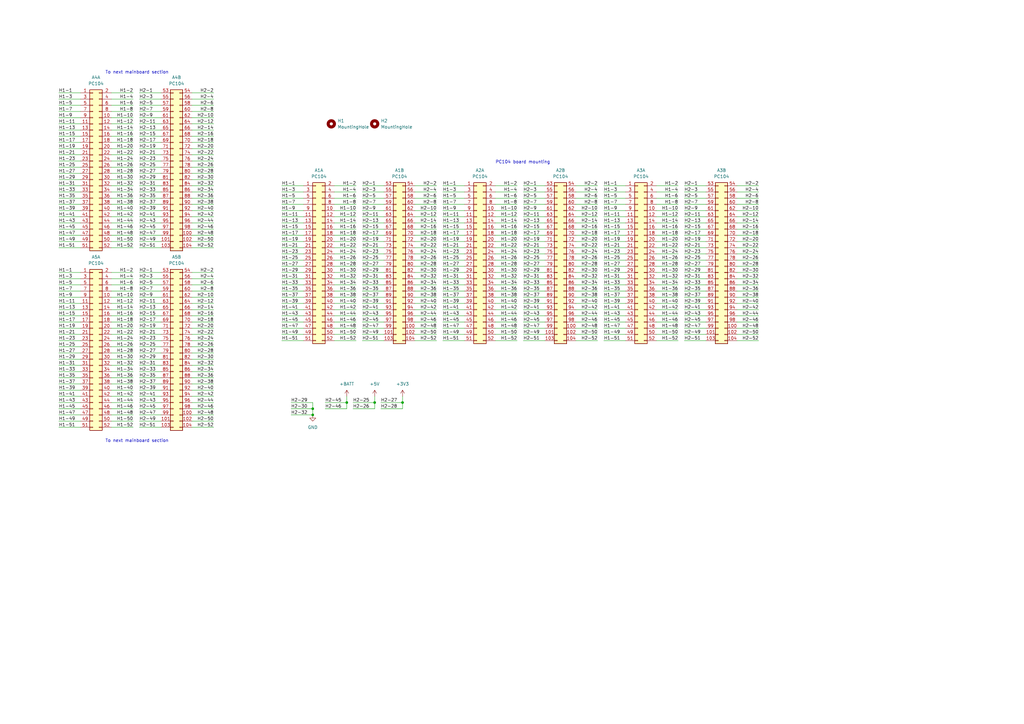
<source format=kicad_sch>
(kicad_sch (version 20211123) (generator eeschema)
  (paper "A3")
  (junction (at 128.27 167.64))
  (junction (at 165.1 165.1))
  (junction (at 128.27 170.18))
  (junction (at 153.67 165.1))
  (junction (at 142.24 165.1))
  (wire (pts (xy 137.16 83.82) (xy 146.05 83.82)))
  (wire (pts (xy 269.24 91.44) (xy 278.13 91.44)))
  (wire (pts (xy 137.16 139.7) (xy 146.05 139.7)))
  (wire (pts (xy 45.72 91.44) (xy 54.61 91.44)))
  (wire (pts (xy 247.65 101.6) (xy 256.54 101.6)))
  (wire (pts (xy 57.15 172.72) (xy 66.04 172.72)))
  (wire (pts (xy 78.74 165.1) (xy 87.63 165.1)))
  (wire (pts (xy 181.61 86.36) (xy 190.5 86.36)))
  (wire (pts (xy 24.13 167.64) (xy 33.02 167.64)))
  (wire (pts (xy 181.61 78.74) (xy 190.5 78.74)))
  (wire (pts (xy 24.13 76.2) (xy 33.02 76.2)))
  (wire (pts (xy 57.15 55.88) (xy 66.04 55.88)))
  (wire (pts (xy 148.59 119.38) (xy 157.48 119.38)))
  (wire (pts (xy 24.13 96.52) (xy 33.02 96.52)))
  (wire (pts (xy 302.26 76.2) (xy 311.15 76.2)))
  (wire (pts (xy 24.13 73.66) (xy 33.02 73.66)))
  (wire (pts (xy 115.57 81.28) (xy 124.46 81.28)))
  (wire (pts (xy 236.22 81.28) (xy 245.11 81.28)))
  (wire (pts (xy 57.15 170.18) (xy 66.04 170.18)))
  (wire (pts (xy 78.74 127) (xy 87.63 127)))
  (wire (pts (xy 57.15 114.3) (xy 66.04 114.3)))
  (wire (pts (xy 78.74 45.72) (xy 87.63 45.72)))
  (wire (pts (xy 247.65 104.14) (xy 256.54 104.14)))
  (wire (pts (xy 170.18 119.38) (xy 179.07 119.38)))
  (wire (pts (xy 203.2 93.98) (xy 212.09 93.98)))
  (wire (pts (xy 247.65 129.54) (xy 256.54 129.54)))
  (wire (pts (xy 181.61 139.7) (xy 190.5 139.7)))
  (wire (pts (xy 24.13 175.26) (xy 33.02 175.26)))
  (wire (pts (xy 280.67 106.68) (xy 289.56 106.68)))
  (wire (pts (xy 269.24 88.9) (xy 278.13 88.9)))
  (wire (pts (xy 214.63 83.82) (xy 223.52 83.82)))
  (wire (pts (xy 24.13 157.48) (xy 33.02 157.48)))
  (wire (pts (xy 142.24 162.56) (xy 142.24 165.1)))
  (wire (pts (xy 115.57 88.9) (xy 124.46 88.9)))
  (wire (pts (xy 269.24 114.3) (xy 278.13 114.3)))
  (wire (pts (xy 45.72 71.12) (xy 54.61 71.12)))
  (wire (pts (xy 170.18 91.44) (xy 179.07 91.44)))
  (wire (pts (xy 24.13 147.32) (xy 33.02 147.32)))
  (wire (pts (xy 181.61 111.76) (xy 190.5 111.76)))
  (wire (pts (xy 45.72 76.2) (xy 54.61 76.2)))
  (wire (pts (xy 57.15 91.44) (xy 66.04 91.44)))
  (wire (pts (xy 181.61 116.84) (xy 190.5 116.84)))
  (wire (pts (xy 78.74 93.98) (xy 87.63 93.98)))
  (wire (pts (xy 269.24 104.14) (xy 278.13 104.14)))
  (wire (pts (xy 280.67 83.82) (xy 289.56 83.82)))
  (wire (pts (xy 214.63 124.46) (xy 223.52 124.46)))
  (wire (pts (xy 247.65 86.36) (xy 256.54 86.36)))
  (wire (pts (xy 57.15 175.26) (xy 66.04 175.26)))
  (wire (pts (xy 78.74 96.52) (xy 87.63 96.52)))
  (wire (pts (xy 45.72 160.02) (xy 54.61 160.02)))
  (wire (pts (xy 181.61 104.14) (xy 190.5 104.14)))
  (wire (pts (xy 115.57 111.76) (xy 124.46 111.76)))
  (wire (pts (xy 45.72 127) (xy 54.61 127)))
  (wire (pts (xy 170.18 134.62) (xy 179.07 134.62)))
  (wire (pts (xy 302.26 96.52) (xy 311.15 96.52)))
  (wire (pts (xy 181.61 88.9) (xy 190.5 88.9)))
  (wire (pts (xy 45.72 175.26) (xy 54.61 175.26)))
  (wire (pts (xy 78.74 139.7) (xy 87.63 139.7)))
  (wire (pts (xy 45.72 38.1) (xy 54.61 38.1)))
  (wire (pts (xy 148.59 99.06) (xy 157.48 99.06)))
  (wire (pts (xy 302.26 116.84) (xy 311.15 116.84)))
  (wire (pts (xy 24.13 111.76) (xy 33.02 111.76)))
  (wire (pts (xy 203.2 127) (xy 212.09 127)))
  (wire (pts (xy 214.63 104.14) (xy 223.52 104.14)))
  (wire (pts (xy 115.57 139.7) (xy 124.46 139.7)))
  (wire (pts (xy 45.72 50.8) (xy 54.61 50.8)))
  (wire (pts (xy 280.67 88.9) (xy 289.56 88.9)))
  (wire (pts (xy 78.74 63.5) (xy 87.63 63.5)))
  (wire (pts (xy 78.74 154.94) (xy 87.63 154.94)))
  (wire (pts (xy 181.61 99.06) (xy 190.5 99.06)))
  (wire (pts (xy 137.16 101.6) (xy 146.05 101.6)))
  (wire (pts (xy 214.63 137.16) (xy 223.52 137.16)))
  (wire (pts (xy 78.74 142.24) (xy 87.63 142.24)))
  (wire (pts (xy 302.26 91.44) (xy 311.15 91.44)))
  (wire (pts (xy 214.63 78.74) (xy 223.52 78.74)))
  (wire (pts (xy 148.59 129.54) (xy 157.48 129.54)))
  (wire (pts (xy 45.72 86.36) (xy 54.61 86.36)))
  (wire (pts (xy 137.16 127) (xy 146.05 127)))
  (wire (pts (xy 280.67 96.52) (xy 289.56 96.52)))
  (wire (pts (xy 45.72 81.28) (xy 54.61 81.28)))
  (wire (pts (xy 24.13 124.46) (xy 33.02 124.46)))
  (wire (pts (xy 280.67 139.7) (xy 289.56 139.7)))
  (wire (pts (xy 236.22 127) (xy 245.11 127)))
  (wire (pts (xy 148.59 78.74) (xy 157.48 78.74)))
  (wire (pts (xy 156.21 167.64) (xy 165.1 167.64)))
  (wire (pts (xy 236.22 116.84) (xy 245.11 116.84)))
  (wire (pts (xy 57.15 111.76) (xy 66.04 111.76)))
  (wire (pts (xy 148.59 134.62) (xy 157.48 134.62)))
  (wire (pts (xy 247.65 119.38) (xy 256.54 119.38)))
  (wire (pts (xy 269.24 132.08) (xy 278.13 132.08)))
  (wire (pts (xy 181.61 129.54) (xy 190.5 129.54)))
  (wire (pts (xy 148.59 83.82) (xy 157.48 83.82)))
  (wire (pts (xy 170.18 93.98) (xy 179.07 93.98)))
  (wire (pts (xy 137.16 91.44) (xy 146.05 91.44)))
  (wire (pts (xy 45.72 53.34) (xy 54.61 53.34)))
  (wire (pts (xy 24.13 149.86) (xy 33.02 149.86)))
  (wire (pts (xy 170.18 106.68) (xy 179.07 106.68)))
  (wire (pts (xy 24.13 172.72) (xy 33.02 172.72)))
  (wire (pts (xy 236.22 88.9) (xy 245.11 88.9)))
  (wire (pts (xy 57.15 134.62) (xy 66.04 134.62)))
  (wire (pts (xy 137.16 81.28) (xy 146.05 81.28)))
  (wire (pts (xy 280.67 116.84) (xy 289.56 116.84)))
  (wire (pts (xy 45.72 60.96) (xy 54.61 60.96)))
  (wire (pts (xy 45.72 99.06) (xy 54.61 99.06)))
  (wire (pts (xy 148.59 91.44) (xy 157.48 91.44)))
  (wire (pts (xy 24.13 137.16) (xy 33.02 137.16)))
  (wire (pts (xy 57.15 53.34) (xy 66.04 53.34)))
  (wire (pts (xy 57.15 129.54) (xy 66.04 129.54)))
  (wire (pts (xy 78.74 91.44) (xy 87.63 91.44)))
  (wire (pts (xy 280.67 93.98) (xy 289.56 93.98)))
  (wire (pts (xy 148.59 76.2) (xy 157.48 76.2)))
  (wire (pts (xy 137.16 96.52) (xy 146.05 96.52)))
  (wire (pts (xy 269.24 121.92) (xy 278.13 121.92)))
  (wire (pts (xy 78.74 124.46) (xy 87.63 124.46)))
  (wire (pts (xy 78.74 160.02) (xy 87.63 160.02)))
  (wire (pts (xy 203.2 91.44) (xy 212.09 91.44)))
  (wire (pts (xy 203.2 134.62) (xy 212.09 134.62)))
  (wire (pts (xy 119.38 165.1) (xy 128.27 165.1)))
  (wire (pts (xy 57.15 86.36) (xy 66.04 86.36)))
  (wire (pts (xy 181.61 127) (xy 190.5 127)))
  (wire (pts (xy 181.61 119.38) (xy 190.5 119.38)))
  (wire (pts (xy 57.15 73.66) (xy 66.04 73.66)))
  (wire (pts (xy 24.13 144.78) (xy 33.02 144.78)))
  (wire (pts (xy 45.72 88.9) (xy 54.61 88.9)))
  (wire (pts (xy 203.2 106.68) (xy 212.09 106.68)))
  (wire (pts (xy 302.26 78.74) (xy 311.15 78.74)))
  (wire (pts (xy 247.65 106.68) (xy 256.54 106.68)))
  (wire (pts (xy 45.72 68.58) (xy 54.61 68.58)))
  (wire (pts (xy 57.15 58.42) (xy 66.04 58.42)))
  (wire (pts (xy 78.74 172.72) (xy 87.63 172.72)))
  (wire (pts (xy 45.72 167.64) (xy 54.61 167.64)))
  (wire (pts (xy 203.2 78.74) (xy 212.09 78.74)))
  (wire (pts (xy 57.15 45.72) (xy 66.04 45.72)))
  (wire (pts (xy 24.13 134.62) (xy 33.02 134.62)))
  (wire (pts (xy 165.1 162.56) (xy 165.1 165.1)))
  (wire (pts (xy 45.72 170.18) (xy 54.61 170.18)))
  (wire (pts (xy 148.59 106.68) (xy 157.48 106.68)))
  (wire (pts (xy 24.13 91.44) (xy 33.02 91.44)))
  (wire (pts (xy 247.65 83.82) (xy 256.54 83.82)))
  (wire (pts (xy 57.15 101.6) (xy 66.04 101.6)))
  (wire (pts (xy 57.15 43.18) (xy 66.04 43.18)))
  (wire (pts (xy 24.13 121.92) (xy 33.02 121.92)))
  (wire (pts (xy 57.15 137.16) (xy 66.04 137.16)))
  (wire (pts (xy 269.24 139.7) (xy 278.13 139.7)))
  (wire (pts (xy 24.13 116.84) (xy 33.02 116.84)))
  (wire (pts (xy 302.26 129.54) (xy 311.15 129.54)))
  (wire (pts (xy 247.65 78.74) (xy 256.54 78.74)))
  (wire (pts (xy 24.13 81.28) (xy 33.02 81.28)))
  (wire (pts (xy 280.67 121.92) (xy 289.56 121.92)))
  (wire (pts (xy 302.26 81.28) (xy 311.15 81.28)))
  (wire (pts (xy 269.24 86.36) (xy 278.13 86.36)))
  (wire (pts (xy 78.74 81.28) (xy 87.63 81.28)))
  (wire (pts (xy 214.63 116.84) (xy 223.52 116.84)))
  (wire (pts (xy 269.24 116.84) (xy 278.13 116.84)))
  (wire (pts (xy 214.63 114.3) (xy 223.52 114.3)))
  (wire (pts (xy 45.72 154.94) (xy 54.61 154.94)))
  (wire (pts (xy 45.72 101.6) (xy 54.61 101.6)))
  (wire (pts (xy 170.18 96.52) (xy 179.07 96.52)))
  (wire (pts (xy 170.18 86.36) (xy 179.07 86.36)))
  (wire (pts (xy 128.27 170.18) (xy 119.38 170.18)))
  (wire (pts (xy 236.22 93.98) (xy 245.11 93.98)))
  (wire (pts (xy 115.57 93.98) (xy 124.46 93.98)))
  (wire (pts (xy 137.16 116.84) (xy 146.05 116.84)))
  (wire (pts (xy 214.63 99.06) (xy 223.52 99.06)))
  (wire (pts (xy 247.65 134.62) (xy 256.54 134.62)))
  (wire (pts (xy 269.24 106.68) (xy 278.13 106.68)))
  (wire (pts (xy 280.67 78.74) (xy 289.56 78.74)))
  (wire (pts (xy 57.15 50.8) (xy 66.04 50.8)))
  (wire (pts (xy 137.16 88.9) (xy 146.05 88.9)))
  (wire (pts (xy 115.57 78.74) (xy 124.46 78.74)))
  (wire (pts (xy 181.61 93.98) (xy 190.5 93.98)))
  (wire (pts (xy 24.13 127) (xy 33.02 127)))
  (wire (pts (xy 153.67 167.64) (xy 144.78 167.64)))
  (wire (pts (xy 280.67 91.44) (xy 289.56 91.44)))
  (wire (pts (xy 45.72 165.1) (xy 54.61 165.1)))
  (wire (pts (xy 302.26 106.68) (xy 311.15 106.68)))
  (wire (pts (xy 57.15 96.52) (xy 66.04 96.52)))
  (wire (pts (xy 78.74 73.66) (xy 87.63 73.66)))
  (wire (pts (xy 302.26 132.08) (xy 311.15 132.08)))
  (wire (pts (xy 128.27 167.64) (xy 128.27 170.18)))
  (wire (pts (xy 45.72 121.92) (xy 54.61 121.92)))
  (wire (pts (xy 181.61 81.28) (xy 190.5 81.28)))
  (wire (pts (xy 78.74 119.38) (xy 87.63 119.38)))
  (wire (pts (xy 203.2 124.46) (xy 212.09 124.46)))
  (wire (pts (xy 236.22 78.74) (xy 245.11 78.74)))
  (wire (pts (xy 181.61 124.46) (xy 190.5 124.46)))
  (wire (pts (xy 280.67 86.36) (xy 289.56 86.36)))
  (wire (pts (xy 148.59 86.36) (xy 157.48 86.36)))
  (wire (pts (xy 78.74 48.26) (xy 87.63 48.26)))
  (wire (pts (xy 45.72 152.4) (xy 54.61 152.4)))
  (wire (pts (xy 115.57 86.36) (xy 124.46 86.36)))
  (wire (pts (xy 269.24 83.82) (xy 278.13 83.82)))
  (wire (pts (xy 170.18 78.74) (xy 179.07 78.74)))
  (wire (pts (xy 128.27 167.64) (xy 119.38 167.64)))
  (wire (pts (xy 280.67 111.76) (xy 289.56 111.76)))
  (wire (pts (xy 214.63 127) (xy 223.52 127)))
  (wire (pts (xy 269.24 124.46) (xy 278.13 124.46)))
  (wire (pts (xy 115.57 104.14) (xy 124.46 104.14)))
  (wire (pts (xy 269.24 96.52) (xy 278.13 96.52)))
  (wire (pts (xy 236.22 83.82) (xy 245.11 83.82)))
  (wire (pts (xy 170.18 114.3) (xy 179.07 114.3)))
  (wire (pts (xy 137.16 78.74) (xy 146.05 78.74)))
  (wire (pts (xy 45.72 119.38) (xy 54.61 119.38)))
  (wire (pts (xy 24.13 50.8) (xy 33.02 50.8)))
  (wire (pts (xy 45.72 124.46) (xy 54.61 124.46)))
  (wire (pts (xy 115.57 114.3) (xy 124.46 114.3)))
  (wire (pts (xy 45.72 147.32) (xy 54.61 147.32)))
  (wire (pts (xy 78.74 76.2) (xy 87.63 76.2)))
  (wire (pts (xy 153.67 162.56) (xy 153.67 165.1)))
  (wire (pts (xy 78.74 58.42) (xy 87.63 58.42)))
  (wire (pts (xy 203.2 96.52) (xy 212.09 96.52)))
  (wire (pts (xy 236.22 76.2) (xy 245.11 76.2)))
  (wire (pts (xy 115.57 101.6) (xy 124.46 101.6)))
  (wire (pts (xy 203.2 129.54) (xy 212.09 129.54)))
  (wire (pts (xy 78.74 147.32) (xy 87.63 147.32)))
  (wire (pts (xy 78.74 162.56) (xy 87.63 162.56)))
  (wire (pts (xy 24.13 139.7) (xy 33.02 139.7)))
  (wire (pts (xy 57.15 121.92) (xy 66.04 121.92)))
  (wire (pts (xy 170.18 99.06) (xy 179.07 99.06)))
  (wire (pts (xy 115.57 76.2) (xy 124.46 76.2)))
  (wire (pts (xy 78.74 60.96) (xy 87.63 60.96)))
  (wire (pts (xy 45.72 134.62) (xy 54.61 134.62)))
  (wire (pts (xy 170.18 81.28) (xy 179.07 81.28)))
  (wire (pts (xy 144.78 165.1) (xy 153.67 165.1)))
  (wire (pts (xy 78.74 157.48) (xy 87.63 157.48)))
  (wire (pts (xy 137.16 109.22) (xy 146.05 109.22)))
  (wire (pts (xy 137.16 111.76) (xy 146.05 111.76)))
  (wire (pts (xy 57.15 83.82) (xy 66.04 83.82)))
  (wire (pts (xy 247.65 81.28) (xy 256.54 81.28)))
  (wire (pts (xy 280.67 99.06) (xy 289.56 99.06)))
  (wire (pts (xy 269.24 119.38) (xy 278.13 119.38)))
  (wire (pts (xy 78.74 152.4) (xy 87.63 152.4)))
  (wire (pts (xy 214.63 119.38) (xy 223.52 119.38)))
  (wire (pts (xy 78.74 132.08) (xy 87.63 132.08)))
  (wire (pts (xy 203.2 121.92) (xy 212.09 121.92)))
  (wire (pts (xy 78.74 144.78) (xy 87.63 144.78)))
  (wire (pts (xy 280.67 109.22) (xy 289.56 109.22)))
  (wire (pts (xy 170.18 129.54) (xy 179.07 129.54)))
  (wire (pts (xy 181.61 91.44) (xy 190.5 91.44)))
  (wire (pts (xy 148.59 127) (xy 157.48 127)))
  (wire (pts (xy 78.74 66.04) (xy 87.63 66.04)))
  (wire (pts (xy 203.2 132.08) (xy 212.09 132.08)))
  (wire (pts (xy 302.26 83.82) (xy 311.15 83.82)))
  (wire (pts (xy 115.57 129.54) (xy 124.46 129.54)))
  (wire (pts (xy 24.13 165.1) (xy 33.02 165.1)))
  (wire (pts (xy 45.72 96.52) (xy 54.61 96.52)))
  (wire (pts (xy 45.72 55.88) (xy 54.61 55.88)))
  (wire (pts (xy 57.15 165.1) (xy 66.04 165.1)))
  (wire (pts (xy 45.72 116.84) (xy 54.61 116.84)))
  (wire (pts (xy 280.67 132.08) (xy 289.56 132.08)))
  (wire (pts (xy 269.24 134.62) (xy 278.13 134.62)))
  (wire (pts (xy 247.65 139.7) (xy 256.54 139.7)))
  (wire (pts (xy 247.65 88.9) (xy 256.54 88.9)))
  (wire (pts (xy 24.13 162.56) (xy 33.02 162.56)))
  (wire (pts (xy 57.15 149.86) (xy 66.04 149.86)))
  (wire (pts (xy 203.2 88.9) (xy 212.09 88.9)))
  (wire (pts (xy 115.57 91.44) (xy 124.46 91.44)))
  (wire (pts (xy 236.22 119.38) (xy 245.11 119.38)))
  (wire (pts (xy 148.59 93.98) (xy 157.48 93.98)))
  (wire (pts (xy 78.74 99.06) (xy 87.63 99.06)))
  (wire (pts (xy 24.13 53.34) (xy 33.02 53.34)))
  (wire (pts (xy 214.63 106.68) (xy 223.52 106.68)))
  (wire (pts (xy 115.57 106.68) (xy 124.46 106.68)))
  (wire (pts (xy 170.18 88.9) (xy 179.07 88.9)))
  (wire (pts (xy 57.15 48.26) (xy 66.04 48.26)))
  (wire (pts (xy 148.59 104.14) (xy 157.48 104.14)))
  (wire (pts (xy 170.18 83.82) (xy 179.07 83.82)))
  (wire (pts (xy 269.24 137.16) (xy 278.13 137.16)))
  (wire (pts (xy 148.59 96.52) (xy 157.48 96.52)))
  (wire (pts (xy 78.74 68.58) (xy 87.63 68.58)))
  (wire (pts (xy 214.63 96.52) (xy 223.52 96.52)))
  (wire (pts (xy 24.13 55.88) (xy 33.02 55.88)))
  (wire (pts (xy 280.67 124.46) (xy 289.56 124.46)))
  (wire (pts (xy 45.72 93.98) (xy 54.61 93.98)))
  (wire (pts (xy 302.26 119.38) (xy 311.15 119.38)))
  (wire (pts (xy 45.72 40.64) (xy 54.61 40.64)))
  (wire (pts (xy 170.18 109.22) (xy 179.07 109.22)))
  (wire (pts (xy 78.74 170.18) (xy 87.63 170.18)))
  (wire (pts (xy 57.15 132.08) (xy 66.04 132.08)))
  (wire (pts (xy 45.72 111.76) (xy 54.61 111.76)))
  (wire (pts (xy 214.63 91.44) (xy 223.52 91.44)))
  (wire (pts (xy 148.59 114.3) (xy 157.48 114.3)))
  (wire (pts (xy 302.26 99.06) (xy 311.15 99.06)))
  (wire (pts (xy 236.22 96.52) (xy 245.11 96.52)))
  (wire (pts (xy 236.22 132.08) (xy 245.11 132.08)))
  (wire (pts (xy 203.2 119.38) (xy 212.09 119.38)))
  (wire (pts (xy 148.59 132.08) (xy 157.48 132.08)))
  (wire (pts (xy 214.63 76.2) (xy 223.52 76.2)))
  (wire (pts (xy 24.13 170.18) (xy 33.02 170.18)))
  (wire (pts (xy 148.59 124.46) (xy 157.48 124.46)))
  (wire (pts (xy 236.22 109.22) (xy 245.11 109.22)))
  (wire (pts (xy 214.63 81.28) (xy 223.52 81.28)))
  (wire (pts (xy 203.2 139.7) (xy 212.09 139.7)))
  (wire (pts (xy 115.57 119.38) (xy 124.46 119.38)))
  (wire (pts (xy 45.72 129.54) (xy 54.61 129.54)))
  (wire (pts (xy 24.13 38.1) (xy 33.02 38.1)))
  (wire (pts (xy 170.18 101.6) (xy 179.07 101.6)))
  (wire (pts (xy 302.26 121.92) (xy 311.15 121.92)))
  (wire (pts (xy 24.13 154.94) (xy 33.02 154.94)))
  (wire (pts (xy 57.15 78.74) (xy 66.04 78.74)))
  (wire (pts (xy 247.65 137.16) (xy 256.54 137.16)))
  (wire (pts (xy 181.61 83.82) (xy 190.5 83.82)))
  (wire (pts (xy 214.63 109.22) (xy 223.52 109.22)))
  (wire (pts (xy 137.16 132.08) (xy 146.05 132.08)))
  (wire (pts (xy 78.74 137.16) (xy 87.63 137.16)))
  (wire (pts (xy 78.74 129.54) (xy 87.63 129.54)))
  (wire (pts (xy 78.74 71.12) (xy 87.63 71.12)))
  (wire (pts (xy 236.22 129.54) (xy 245.11 129.54)))
  (wire (pts (xy 24.13 78.74) (xy 33.02 78.74)))
  (wire (pts (xy 57.15 68.58) (xy 66.04 68.58)))
  (wire (pts (xy 170.18 121.92) (xy 179.07 121.92)))
  (wire (pts (xy 280.67 129.54) (xy 289.56 129.54)))
  (wire (pts (xy 170.18 111.76) (xy 179.07 111.76)))
  (wire (pts (xy 170.18 76.2) (xy 179.07 76.2)))
  (wire (pts (xy 45.72 114.3) (xy 54.61 114.3)))
  (wire (pts (xy 214.63 86.36) (xy 223.52 86.36)))
  (wire (pts (xy 148.59 111.76) (xy 157.48 111.76)))
  (wire (pts (xy 148.59 116.84) (xy 157.48 116.84)))
  (wire (pts (xy 115.57 127) (xy 124.46 127)))
  (wire (pts (xy 280.67 137.16) (xy 289.56 137.16)))
  (wire (pts (xy 57.15 38.1) (xy 66.04 38.1)))
  (wire (pts (xy 236.22 101.6) (xy 245.11 101.6)))
  (wire (pts (xy 214.63 111.76) (xy 223.52 111.76)))
  (wire (pts (xy 236.22 104.14) (xy 245.11 104.14)))
  (wire (pts (xy 148.59 121.92) (xy 157.48 121.92)))
  (wire (pts (xy 236.22 124.46) (xy 245.11 124.46)))
  (wire (pts (xy 78.74 175.26) (xy 87.63 175.26)))
  (wire (pts (xy 280.67 81.28) (xy 289.56 81.28)))
  (wire (pts (xy 214.63 101.6) (xy 223.52 101.6)))
  (wire (pts (xy 247.65 76.2) (xy 256.54 76.2)))
  (wire (pts (xy 78.74 121.92) (xy 87.63 121.92)))
  (wire (pts (xy 181.61 121.92) (xy 190.5 121.92)))
  (wire (pts (xy 45.72 142.24) (xy 54.61 142.24)))
  (wire (pts (xy 45.72 48.26) (xy 54.61 48.26)))
  (wire (pts (xy 57.15 124.46) (xy 66.04 124.46)))
  (wire (pts (xy 45.72 132.08) (xy 54.61 132.08)))
  (wire (pts (xy 24.13 40.64) (xy 33.02 40.64)))
  (wire (pts (xy 115.57 83.82) (xy 124.46 83.82)))
  (wire (pts (xy 302.26 114.3) (xy 311.15 114.3)))
  (wire (pts (xy 137.16 137.16) (xy 146.05 137.16)))
  (wire (pts (xy 115.57 116.84) (xy 124.46 116.84)))
  (wire (pts (xy 45.72 137.16) (xy 54.61 137.16)))
  (wire (pts (xy 24.13 99.06) (xy 33.02 99.06)))
  (wire (pts (xy 203.2 81.28) (xy 212.09 81.28)))
  (wire (pts (xy 148.59 139.7) (xy 157.48 139.7)))
  (wire (pts (xy 57.15 119.38) (xy 66.04 119.38)))
  (wire (pts (xy 203.2 116.84) (xy 212.09 116.84)))
  (wire (pts (xy 247.65 132.08) (xy 256.54 132.08)))
  (wire (pts (xy 181.61 101.6) (xy 190.5 101.6)))
  (wire (pts (xy 24.13 119.38) (xy 33.02 119.38)))
  (wire (pts (xy 115.57 96.52) (xy 124.46 96.52)))
  (wire (pts (xy 280.67 119.38) (xy 289.56 119.38)))
  (wire (pts (xy 78.74 149.86) (xy 87.63 149.86)))
  (wire (pts (xy 45.72 149.86) (xy 54.61 149.86)))
  (wire (pts (xy 45.72 144.78) (xy 54.61 144.78)))
  (wire (pts (xy 115.57 132.08) (xy 124.46 132.08)))
  (wire (pts (xy 236.22 106.68) (xy 245.11 106.68)))
  (wire (pts (xy 78.74 88.9) (xy 87.63 88.9)))
  (wire (pts (xy 269.24 93.98) (xy 278.13 93.98)))
  (wire (pts (xy 24.13 132.08) (xy 33.02 132.08)))
  (wire (pts (xy 203.2 111.76) (xy 212.09 111.76)))
  (wire (pts (xy 170.18 137.16) (xy 179.07 137.16)))
  (wire (pts (xy 24.13 142.24) (xy 33.02 142.24)))
  (wire (pts (xy 24.13 160.02) (xy 33.02 160.02)))
  (wire (pts (xy 45.72 73.66) (xy 54.61 73.66)))
  (wire (pts (xy 148.59 101.6) (xy 157.48 101.6)))
  (wire (pts (xy 269.24 127) (xy 278.13 127)))
  (wire (pts (xy 78.74 111.76) (xy 87.63 111.76)))
  (wire (pts (xy 236.22 139.7) (xy 245.11 139.7)))
  (wire (pts (xy 78.74 134.62) (xy 87.63 134.62)))
  (wire (pts (xy 203.2 114.3) (xy 212.09 114.3)))
  (wire (pts (xy 137.16 114.3) (xy 146.05 114.3)))
  (wire (pts (xy 57.15 93.98) (xy 66.04 93.98)))
  (wire (pts (xy 45.72 45.72) (xy 54.61 45.72)))
  (wire (pts (xy 57.15 154.94) (xy 66.04 154.94)))
  (wire (pts (xy 280.67 101.6) (xy 289.56 101.6)))
  (wire (pts (xy 128.27 165.1) (xy 128.27 167.64)))
  (wire (pts (xy 57.15 144.78) (xy 66.04 144.78)))
  (wire (pts (xy 57.15 71.12) (xy 66.04 71.12)))
  (wire (pts (xy 57.15 157.48) (xy 66.04 157.48)))
  (wire (pts (xy 78.74 101.6) (xy 87.63 101.6)))
  (wire (pts (xy 302.26 88.9) (xy 311.15 88.9)))
  (wire (pts (xy 57.15 63.5) (xy 66.04 63.5)))
  (wire (pts (xy 302.26 127) (xy 311.15 127)))
  (wire (pts (xy 137.16 86.36) (xy 146.05 86.36)))
  (wire (pts (xy 45.72 43.18) (xy 54.61 43.18)))
  (wire (pts (xy 24.13 101.6) (xy 33.02 101.6)))
  (wire (pts (xy 302.26 109.22) (xy 311.15 109.22)))
  (wire (pts (xy 203.2 101.6) (xy 212.09 101.6)))
  (wire (pts (xy 170.18 104.14) (xy 179.07 104.14)))
  (wire (pts (xy 24.13 93.98) (xy 33.02 93.98)))
  (wire (pts (xy 57.15 127) (xy 66.04 127)))
  (wire (pts (xy 57.15 152.4) (xy 66.04 152.4)))
  (wire (pts (xy 24.13 114.3) (xy 33.02 114.3)))
  (wire (pts (xy 24.13 71.12) (xy 33.02 71.12)))
  (wire (pts (xy 170.18 116.84) (xy 179.07 116.84)))
  (wire (pts (xy 24.13 68.58) (xy 33.02 68.58)))
  (wire (pts (xy 137.16 119.38) (xy 146.05 119.38)))
  (wire (pts (xy 181.61 114.3) (xy 190.5 114.3)))
  (wire (pts (xy 269.24 81.28) (xy 278.13 81.28)))
  (wire (pts (xy 45.72 83.82) (xy 54.61 83.82)))
  (wire (pts (xy 24.13 152.4) (xy 33.02 152.4)))
  (wire (pts (xy 280.67 114.3) (xy 289.56 114.3)))
  (wire (pts (xy 137.16 124.46) (xy 146.05 124.46)))
  (wire (pts (xy 148.59 109.22) (xy 157.48 109.22)))
  (wire (pts (xy 24.13 48.26) (xy 33.02 48.26)))
  (wire (pts (xy 302.26 137.16) (xy 311.15 137.16)))
  (wire (pts (xy 115.57 99.06) (xy 124.46 99.06)))
  (wire (pts (xy 302.26 93.98) (xy 311.15 93.98)))
  (wire (pts (xy 247.65 121.92) (xy 256.54 121.92)))
  (wire (pts (xy 214.63 134.62) (xy 223.52 134.62)))
  (wire (pts (xy 247.65 93.98) (xy 256.54 93.98)))
  (wire (pts (xy 247.65 111.76) (xy 256.54 111.76)))
  (wire (pts (xy 57.15 88.9) (xy 66.04 88.9)))
  (wire (pts (xy 78.74 50.8) (xy 87.63 50.8)))
  (wire (pts (xy 181.61 109.22) (xy 190.5 109.22)))
  (wire (pts (xy 24.13 83.82) (xy 33.02 83.82)))
  (wire (pts (xy 181.61 96.52) (xy 190.5 96.52)))
  (wire (pts (xy 24.13 66.04) (xy 33.02 66.04)))
  (wire (pts (xy 236.22 91.44) (xy 245.11 91.44)))
  (wire (pts (xy 78.74 38.1) (xy 87.63 38.1)))
  (wire (pts (xy 142.24 165.1) (xy 142.24 167.64)))
  (wire (pts (xy 24.13 63.5) (xy 33.02 63.5)))
  (wire (pts (xy 45.72 172.72) (xy 54.61 172.72)))
  (wire (pts (xy 269.24 101.6) (xy 278.13 101.6)))
  (wire (pts (xy 57.15 99.06) (xy 66.04 99.06)))
  (wire (pts (xy 45.72 139.7) (xy 54.61 139.7)))
  (wire (pts (xy 78.74 55.88) (xy 87.63 55.88)))
  (wire (pts (xy 24.13 45.72) (xy 33.02 45.72)))
  (wire (pts (xy 170.18 127) (xy 179.07 127)))
  (wire (pts (xy 148.59 137.16) (xy 157.48 137.16)))
  (wire (pts (xy 236.22 86.36) (xy 245.11 86.36)))
  (wire (pts (xy 236.22 114.3) (xy 245.11 114.3)))
  (wire (pts (xy 45.72 78.74) (xy 54.61 78.74)))
  (wire (pts (xy 170.18 124.46) (xy 179.07 124.46)))
  (wire (pts (xy 45.72 66.04) (xy 54.61 66.04)))
  (wire (pts (xy 269.24 129.54) (xy 278.13 129.54)))
  (wire (pts (xy 115.57 137.16) (xy 124.46 137.16)))
  (wire (pts (xy 302.26 139.7) (xy 311.15 139.7)))
  (wire (pts (xy 45.72 63.5) (xy 54.61 63.5)))
  (wire (pts (xy 57.15 162.56) (xy 66.04 162.56)))
  (wire (pts (xy 57.15 139.7) (xy 66.04 139.7)))
  (wire (pts (xy 57.15 76.2) (xy 66.04 76.2)))
  (wire (pts (xy 24.13 88.9) (xy 33.02 88.9)))
  (wire (pts (xy 302.26 124.46) (xy 311.15 124.46)))
  (wire (pts (xy 78.74 40.64) (xy 87.63 40.64)))
  (wire (pts (xy 247.65 116.84) (xy 256.54 116.84)))
  (wire (pts (xy 45.72 58.42) (xy 54.61 58.42)))
  (wire (pts (xy 78.74 83.82) (xy 87.63 83.82)))
  (wire (pts (xy 302.26 86.36) (xy 311.15 86.36)))
  (wire (pts (xy 181.61 106.68) (xy 190.5 106.68)))
  (wire (pts (xy 148.59 81.28) (xy 157.48 81.28)))
  (wire (pts (xy 137.16 121.92) (xy 146.05 121.92)))
  (wire (pts (xy 137.16 99.06) (xy 146.05 99.06)))
  (wire (pts (xy 203.2 99.06) (xy 212.09 99.06)))
  (wire (pts (xy 269.24 109.22) (xy 278.13 109.22)))
  (wire (pts (xy 57.15 60.96) (xy 66.04 60.96)))
  (wire (pts (xy 247.65 91.44) (xy 256.54 91.44)))
  (wire (pts (xy 181.61 134.62) (xy 190.5 134.62)))
  (wire (pts (xy 24.13 129.54) (xy 33.02 129.54)))
  (wire (pts (xy 214.63 121.92) (xy 223.52 121.92)))
  (wire (pts (xy 57.15 40.64) (xy 66.04 40.64)))
  (wire (pts (xy 57.15 142.24) (xy 66.04 142.24)))
  (wire (pts (xy 214.63 132.08) (xy 223.52 132.08)))
  (wire (pts (xy 302.26 101.6) (xy 311.15 101.6)))
  (wire (pts (xy 214.63 129.54) (xy 223.52 129.54)))
  (wire (pts (xy 137.16 93.98) (xy 146.05 93.98)))
  (wire (pts (xy 203.2 104.14) (xy 212.09 104.14)))
  (wire (pts (xy 280.67 104.14) (xy 289.56 104.14)))
  (wire (pts (xy 115.57 124.46) (xy 124.46 124.46)))
  (wire (pts (xy 214.63 93.98) (xy 223.52 93.98)))
  (wire (pts (xy 203.2 76.2) (xy 212.09 76.2)))
  (wire (pts (xy 57.15 160.02) (xy 66.04 160.02)))
  (wire (pts (xy 153.67 165.1) (xy 153.67 167.64)))
  (wire (pts (xy 247.65 109.22) (xy 256.54 109.22)))
  (wire (pts (xy 78.74 53.34) (xy 87.63 53.34)))
  (wire (pts (xy 203.2 137.16) (xy 212.09 137.16)))
  (wire (pts (xy 24.13 43.18) (xy 33.02 43.18)))
  (wire (pts (xy 57.15 167.64) (xy 66.04 167.64)))
  (wire (pts (xy 137.16 76.2) (xy 146.05 76.2)))
  (wire (pts (xy 45.72 162.56) (xy 54.61 162.56)))
  (wire (pts (xy 24.13 60.96) (xy 33.02 60.96)))
  (wire (pts (xy 170.18 132.08) (xy 179.07 132.08)))
  (wire (pts (xy 214.63 88.9) (xy 223.52 88.9)))
  (wire (pts (xy 78.74 78.74) (xy 87.63 78.74)))
  (wire (pts (xy 24.13 86.36) (xy 33.02 86.36)))
  (wire (pts (xy 247.65 114.3) (xy 256.54 114.3)))
  (wire (pts (xy 236.22 99.06) (xy 245.11 99.06)))
  (wire (pts (xy 302.26 111.76) (xy 311.15 111.76)))
  (wire (pts (xy 280.67 134.62) (xy 289.56 134.62)))
  (wire (pts (xy 78.74 167.64) (xy 87.63 167.64)))
  (wire (pts (xy 137.16 134.62) (xy 146.05 134.62)))
  (wire (pts (xy 203.2 86.36) (xy 212.09 86.36)))
  (wire (pts (xy 142.24 167.64) (xy 133.35 167.64)))
  (wire (pts (xy 247.65 99.06) (xy 256.54 99.06)))
  (wire (pts (xy 57.15 81.28) (xy 66.04 81.28)))
  (wire (pts (xy 78.74 114.3) (xy 87.63 114.3)))
  (wire (pts (xy 280.67 76.2) (xy 289.56 76.2)))
  (wire (pts (xy 170.18 139.7) (xy 179.07 139.7)))
  (wire (pts (xy 133.35 165.1) (xy 142.24 165.1)))
  (wire (pts (xy 280.67 127) (xy 289.56 127)))
  (wire (pts (xy 24.13 58.42) (xy 33.02 58.42)))
  (wire (pts (xy 247.65 124.46) (xy 256.54 124.46)))
  (wire (pts (xy 203.2 83.82) (xy 212.09 83.82)))
  (wire (pts (xy 57.15 66.04) (xy 66.04 66.04)))
  (wire (pts (xy 115.57 121.92) (xy 124.46 121.92)))
  (wire (pts (xy 181.61 137.16) (xy 190.5 137.16)))
  (wire (pts (xy 236.22 121.92) (xy 245.11 121.92)))
  (wire (pts (xy 181.61 132.08) (xy 190.5 132.08)))
  (wire (pts (xy 156.21 165.1) (xy 165.1 165.1)))
  (wire (pts (xy 247.65 96.52) (xy 256.54 96.52)))
  (wire (pts (xy 165.1 167.64) (xy 165.1 165.1)))
  (wire (pts (xy 181.61 76.2) (xy 190.5 76.2)))
  (wire (pts (xy 302.26 104.14) (xy 311.15 104.14)))
  (wire (pts (xy 247.65 127) (xy 256.54 127)))
  (wire (pts (xy 78.74 86.36) (xy 87.63 86.36)))
  (wire (pts (xy 78.74 116.84) (xy 87.63 116.84)))
  (wire (pts (xy 57.15 116.84) (xy 66.04 116.84)))
  (wire (pts (xy 269.24 78.74) (xy 278.13 78.74)))
  (wire (pts (xy 148.59 88.9) (xy 157.48 88.9)))
  (wire (pts (xy 137.16 104.14) (xy 146.05 104.14)))
  (wire (pts (xy 302.26 134.62) (xy 311.15 134.62)))
  (wire (pts (xy 137.16 106.68) (xy 146.05 106.68)))
  (wire (pts (xy 269.24 99.06) (xy 278.13 99.06)))
  (wire (pts (xy 137.16 129.54) (xy 146.05 129.54)))
  (wire (pts (xy 236.22 134.62) (xy 245.11 134.62)))
  (wire (pts (xy 45.72 157.48) (xy 54.61 157.48)))
  (wire (pts (xy 115.57 109.22) (xy 124.46 109.22)))
  (wire (pts (xy 269.24 76.2) (xy 278.13 76.2)))
  (wire (pts (xy 115.57 134.62) (xy 124.46 134.62)))
  (wire (pts (xy 203.2 109.22) (xy 212.09 109.22)))
  (wire (pts (xy 57.15 147.32) (xy 66.04 147.32)))
  (wire (pts (xy 236.22 137.16) (xy 245.11 137.16)))
  (wire (pts (xy 269.24 111.76) (xy 278.13 111.76)))
  (wire (pts (xy 78.74 43.18) (xy 87.63 43.18)))
  (wire (pts (xy 236.22 111.76) (xy 245.11 111.76)))
  (wire (pts (xy 214.63 139.7) (xy 223.52 139.7)))
  (text "PC104 board mounting" (at 203.2 67.31 0) (effects (font (size 1.27 1.27)) (justify left bottom)))
  (text "To next mainboard section" (at 43.18 181.61 0) (effects (font (size 1.27 1.27)) (justify left bottom)))
  (text "To next mainboard section" (at 43.18 30.48 0) (effects (font (size 1.27 1.27)) (justify left bottom)))
  (label "H2-19" (at 148.59 99.06 0))
  (label "H1-47" (at 181.61 134.62 0))
  (label "H2-3" (at 280.67 78.74 0))
  (label "H1-27" (at 24.13 71.12 0))
  (label "H1-12" (at 54.61 124.46 180))
  (label "H1-19" (at 24.13 60.96 0))
  (label "H2-38" (at 245.11 121.92 180))
  (label "H1-34" (at 278.13 116.84 180))
  (label "H2-47" (at 148.59 134.62 0))
  (label "H1-8" (at 212.09 83.82 180))
  (label "H2-27" (at 156.21 165.1 0))
  (label "H1-26" (at 212.09 106.68 180))
  (label "H1-23" (at 115.57 104.14 0))
  (label "H1-25" (at 24.13 68.58 0))
  (label "H1-41" (at 115.57 127 0))
  (label "H2-9" (at 57.15 48.26 0))
  (label "H2-12" (at 311.15 88.9 180))
  (label "H2-12" (at 245.11 88.9 180))
  (label "H2-25" (at 148.59 106.68 0))
  (label "H1-38" (at 54.61 157.48 180))
  (label "H2-16" (at 245.11 93.98 180))
  (label "H1-43" (at 115.57 129.54 0))
  (label "H2-48" (at 179.07 134.62 180))
  (label "H1-50" (at 212.09 137.16 180))
  (label "H1-42" (at 54.61 88.9 180))
  (label "H2-41" (at 214.63 127 0))
  (label "H2-25" (at 214.63 106.68 0))
  (label "H1-20" (at 278.13 99.06 180))
  (label "H2-25" (at 144.78 165.1 0))
  (label "H2-41" (at 57.15 88.9 0))
  (label "H1-49" (at 115.57 137.16 0))
  (label "H1-17" (at 181.61 96.52 0))
  (label "H1-3" (at 115.57 78.74 0))
  (label "H2-29" (at 119.38 165.1 0))
  (label "H2-43" (at 148.59 129.54 0))
  (label "H2-4" (at 87.63 40.64 180))
  (label "H2-26" (at 245.11 106.68 180))
  (label "H1-52" (at 212.09 139.7 180))
  (label "H2-36" (at 87.63 154.94 180))
  (label "H1-17" (at 115.57 96.52 0))
  (label "H1-24" (at 278.13 104.14 180))
  (label "H2-22" (at 311.15 101.6 180))
  (label "H2-6" (at 311.15 81.28 180))
  (label "H1-6" (at 54.61 43.18 180))
  (label "H1-31" (at 24.13 76.2 0))
  (label "H2-41" (at 57.15 162.56 0))
  (label "H1-17" (at 24.13 132.08 0))
  (label "H2-44" (at 179.07 129.54 180))
  (label "H1-42" (at 278.13 127 180))
  (label "H1-48" (at 54.61 96.52 180))
  (label "H1-21" (at 181.61 101.6 0))
  (label "H1-51" (at 115.57 139.7 0))
  (label "H2-18" (at 245.11 96.52 180))
  (label "H2-38" (at 179.07 121.92 180))
  (label "H1-11" (at 181.61 88.9 0))
  (label "H2-25" (at 57.15 142.24 0))
  (label "H1-18" (at 146.05 96.52 180))
  (label "H1-17" (at 247.65 96.52 0))
  (label "H1-23" (at 24.13 66.04 0))
  (label "H2-31" (at 148.59 114.3 0))
  (label "H2-50" (at 311.15 137.16 180))
  (label "H1-15" (at 181.61 93.98 0))
  (label "H2-36" (at 245.11 119.38 180))
  (label "H2-31" (at 57.15 76.2 0))
  (label "H2-35" (at 148.59 119.38 0))
  (label "H1-43" (at 24.13 91.44 0))
  (label "H2-28" (at 245.11 109.22 180))
  (label "H1-36" (at 54.61 81.28 180))
  (label "H1-49" (at 24.13 172.72 0))
  (label "H2-42" (at 179.07 127 180))
  (label "H2-34" (at 245.11 116.84 180))
  (label "H1-11" (at 24.13 50.8 0))
  (label "H2-46" (at 245.11 132.08 180))
  (label "H1-5" (at 115.57 81.28 0))
  (label "H2-33" (at 280.67 116.84 0))
  (label "H2-35" (at 214.63 119.38 0))
  (label "H1-13" (at 24.13 127 0))
  (label "H1-10" (at 54.61 48.26 180))
  (label "H2-29" (at 57.15 73.66 0))
  (label "H2-30" (at 179.07 111.76 180))
  (label "H1-2" (at 54.61 111.76 180))
  (label "H1-7" (at 115.57 83.82 0))
  (label "H1-9" (at 247.65 86.36 0))
  (label "H2-39" (at 57.15 160.02 0))
  (label "H2-10" (at 179.07 86.36 180))
  (label "H2-29" (at 214.63 111.76 0))
  (label "H2-38" (at 311.15 121.92 180))
  (label "H1-46" (at 278.13 132.08 180))
  (label "H2-26" (at 311.15 106.68 180))
  (label "H1-6" (at 54.61 116.84 180))
  (label "H2-26" (at 87.63 68.58 180))
  (label "H1-25" (at 181.61 106.68 0))
  (label "H1-12" (at 146.05 88.9 180))
  (label "H1-26" (at 54.61 68.58 180))
  (label "H2-19" (at 57.15 134.62 0))
  (label "H2-6" (at 87.63 43.18 180))
  (label "H2-28" (at 311.15 109.22 180))
  (label "H2-43" (at 57.15 165.1 0))
  (label "H1-4" (at 146.05 78.74 180))
  (label "H2-31" (at 280.67 114.3 0))
  (label "H1-22" (at 54.61 137.16 180))
  (label "H1-27" (at 181.61 109.22 0))
  (label "H1-46" (at 212.09 132.08 180))
  (label "H1-16" (at 212.09 93.98 180))
  (label "H1-2" (at 278.13 76.2 180))
  (label "H1-50" (at 146.05 137.16 180))
  (label "H1-40" (at 54.61 160.02 180))
  (label "H1-3" (at 247.65 78.74 0))
  (label "H1-30" (at 54.61 147.32 180))
  (label "H2-51" (at 214.63 139.7 0))
  (label "H1-4" (at 54.61 114.3 180))
  (label "H1-35" (at 181.61 119.38 0))
  (label "H2-11" (at 214.63 88.9 0))
  (label "H1-45" (at 181.61 132.08 0))
  (label "H1-47" (at 24.13 96.52 0))
  (label "H1-29" (at 24.13 147.32 0))
  (label "H1-39" (at 247.65 124.46 0))
  (label "H1-29" (at 181.61 111.76 0))
  (label "H2-2" (at 245.11 76.2 180))
  (label "H2-20" (at 179.07 99.06 180))
  (label "H1-42" (at 146.05 127 180))
  (label "H2-3" (at 148.59 78.74 0))
  (label "H2-5" (at 214.63 81.28 0))
  (label "H1-48" (at 54.61 170.18 180))
  (label "H2-32" (at 311.15 114.3 180))
  (label "H2-37" (at 214.63 121.92 0))
  (label "H2-52" (at 179.07 139.7 180))
  (label "H1-41" (at 181.61 127 0))
  (label "H2-22" (at 245.11 101.6 180))
  (label "H2-47" (at 57.15 96.52 0))
  (label "H1-9" (at 181.61 86.36 0))
  (label "H2-45" (at 280.67 132.08 0))
  (label "H1-3" (at 24.13 40.64 0))
  (label "H2-27" (at 57.15 71.12 0))
  (label "H1-44" (at 278.13 129.54 180))
  (label "H1-10" (at 278.13 86.36 180))
  (label "H2-26" (at 87.63 142.24 180))
  (label "H2-42" (at 87.63 88.9 180))
  (label "H2-8" (at 311.15 83.82 180))
  (label "H2-37" (at 57.15 83.82 0))
  (label "H2-27" (at 57.15 144.78 0))
  (label "H2-46" (at 87.63 93.98 180))
  (label "H2-3" (at 214.63 78.74 0))
  (label "H1-27" (at 247.65 109.22 0))
  (label "H2-44" (at 245.11 129.54 180))
  (label "H2-15" (at 57.15 55.88 0))
  (label "H2-20" (at 87.63 134.62 180))
  (label "H2-32" (at 87.63 76.2 180))
  (label "H1-26" (at 146.05 106.68 180))
  (label "H2-36" (at 311.15 119.38 180))
  (label "H2-1" (at 148.59 76.2 0))
  (label "H1-29" (at 247.65 111.76 0))
  (label "H1-41" (at 24.13 88.9 0))
  (label "H1-39" (at 115.57 124.46 0))
  (label "H1-8" (at 54.61 45.72 180))
  (label "H1-35" (at 115.57 119.38 0))
  (label "H1-13" (at 115.57 91.44 0))
  (label "H1-7" (at 247.65 83.82 0))
  (label "H1-28" (at 54.61 71.12 180))
  (label "H2-23" (at 57.15 139.7 0))
  (label "H2-52" (at 311.15 139.7 180))
  (label "H1-12" (at 54.61 50.8 180))
  (label "H2-19" (at 57.15 60.96 0))
  (label "H2-15" (at 214.63 93.98 0))
  (label "H2-32" (at 87.63 149.86 180))
  (label "H2-14" (at 87.63 127 180))
  (label "H1-24" (at 146.05 104.14 180))
  (label "H2-5" (at 57.15 43.18 0))
  (label "H2-45" (at 57.15 167.64 0))
  (label "H1-15" (at 247.65 93.98 0))
  (label "H2-24" (at 87.63 66.04 180))
  (label "H2-47" (at 280.67 134.62 0))
  (label "H1-7" (at 24.13 119.38 0))
  (label "H1-4" (at 54.61 40.64 180))
  (label "H1-46" (at 146.05 132.08 180))
  (label "H1-46" (at 54.61 93.98 180))
  (label "H2-33" (at 57.15 78.74 0))
  (label "H2-16" (at 87.63 55.88 180))
  (label "H1-5" (at 24.13 43.18 0))
  (label "H1-11" (at 247.65 88.9 0))
  (label "H1-39" (at 24.13 86.36 0))
  (label "H1-19" (at 247.65 99.06 0))
  (label "H2-27" (at 214.63 109.22 0))
  (label "H1-49" (at 247.65 137.16 0))
  (label "H2-38" (at 87.63 83.82 180))
  (label "H1-30" (at 54.61 73.66 180))
  (label "H1-15" (at 24.13 129.54 0))
  (label "H1-22" (at 212.09 101.6 180))
  (label "H2-19" (at 280.67 99.06 0))
  (label "H1-47" (at 115.57 134.62 0))
  (label "H2-50" (at 179.07 137.16 180))
  (label "H2-26" (at 179.07 106.68 180))
  (label "H2-1" (at 214.63 76.2 0))
  (label "H1-5" (at 24.13 116.84 0))
  (label "H2-49" (at 280.67 137.16 0))
  (label "H2-7" (at 57.15 119.38 0))
  (label "H2-40" (at 245.11 124.46 180))
  (label "H1-22" (at 278.13 101.6 180))
  (label "H1-13" (at 247.65 91.44 0))
  (label "H1-6" (at 212.09 81.28 180))
  (label "H2-30" (at 119.38 167.64 0))
  (label "H2-23" (at 280.67 104.14 0))
  (label "H1-24" (at 54.61 139.7 180))
  (label "H2-6" (at 179.07 81.28 180))
  (label "H2-18" (at 87.63 132.08 180))
  (label "H2-43" (at 280.67 129.54 0))
  (label "H2-30" (at 87.63 73.66 180))
  (label "H2-33" (at 214.63 116.84 0))
  (label "H1-9" (at 24.13 121.92 0))
  (label "H1-31" (at 247.65 114.3 0))
  (label "H2-30" (at 245.11 111.76 180))
  (label "H2-10" (at 87.63 48.26 180))
  (label "H1-14" (at 278.13 91.44 180))
  (label "H2-8" (at 87.63 45.72 180))
  (label "H1-37" (at 24.13 83.82 0))
  (label "H1-49" (at 181.61 137.16 0))
  (label "H1-50" (at 54.61 99.06 180))
  (label "H2-50" (at 87.63 172.72 180))
  (label "H1-49" (at 24.13 99.06 0))
  (label "H2-8" (at 179.07 83.82 180))
  (label "H1-16" (at 278.13 93.98 180))
  (label "H1-16" (at 146.05 93.98 180))
  (label "H2-25" (at 57.15 68.58 0))
  (label "H2-37" (at 57.15 157.48 0))
  (label "H1-4" (at 212.09 78.74 180))
  (label "H1-45" (at 115.57 132.08 0))
  (label "H2-50" (at 245.11 137.16 180))
  (label "H2-33" (at 57.15 152.4 0))
  (label "H1-15" (at 115.57 93.98 0))
  (label "H2-4" (at 179.07 78.74 180))
  (label "H2-10" (at 311.15 86.36 180))
  (label "H1-37" (at 24.13 157.48 0))
  (label "H2-20" (at 311.15 99.06 180))
  (label "H1-43" (at 181.61 129.54 0))
  (label "H1-48" (at 146.05 134.62 180))
  (label "H1-34" (at 54.61 78.74 180))
  (label "H1-15" (at 24.13 55.88 0))
  (label "H2-36" (at 179.07 119.38 180))
  (label "H1-7" (at 181.61 83.82 0))
  (label "H2-11" (at 280.67 88.9 0))
  (label "H1-16" (at 54.61 129.54 180))
  (label "H2-46" (at 87.63 167.64 180))
  (label "H1-38" (at 54.61 83.82 180))
  (label "H2-27" (at 280.67 109.22 0))
  (label "H2-17" (at 280.67 96.52 0))
  (label "H1-8" (at 278.13 83.82 180))
  (label "H1-30" (at 212.09 111.76 180))
  (label "H2-15" (at 57.15 129.54 0))
  (label "H1-28" (at 54.61 144.78 180))
  (label "H2-51" (at 148.59 139.7 0))
  (label "H1-10" (at 212.09 86.36 180))
  (label "H2-2" (at 311.15 76.2 180))
  (label "H2-2" (at 87.63 38.1 180))
  (label "H1-41" (at 24.13 162.56 0))
  (label "H2-39" (at 57.15 86.36 0))
  (label "H2-34" (at 311.15 116.84 180))
  (label "H2-39" (at 280.67 124.46 0))
  (label "H1-50" (at 278.13 137.16 180))
  (label "H1-48" (at 278.13 134.62 180))
  (label "H1-40" (at 212.09 124.46 180))
  (label "H2-15" (at 280.67 93.98 0))
  (label "H2-29" (at 57.15 147.32 0))
  (label "H1-51" (at 181.61 139.7 0))
  (label "H2-3" (at 57.15 114.3 0))
  (label "H2-25" (at 280.67 106.68 0))
  (label "H1-3" (at 24.13 114.3 0))
  (label "H1-32" (at 54.61 149.86 180))
  (label "H2-31" (at 214.63 114.3 0))
  (label "H2-34" (at 87.63 78.74 180))
  (label "H1-1" (at 247.65 76.2 0))
  (label "H2-29" (at 148.59 111.76 0))
  (label "H2-17" (at 148.59 96.52 0))
  (label "H2-11" (at 148.59 88.9 0))
  (label "H1-4" (at 278.13 78.74 180))
  (label "H1-40" (at 54.61 86.36 180))
  (label "H2-13" (at 57.15 127 0))
  (label "H2-28" (at 179.07 109.22 180))
  (label "H1-26" (at 54.61 142.24 180))
  (label "H1-38" (at 278.13 121.92 180))
  (label "H1-45" (at 24.13 93.98 0))
  (label "H2-11" (at 57.15 124.46 0))
  (label "H2-1" (at 280.67 76.2 0))
  (label "H1-2" (at 146.05 76.2 180))
  (label "H1-21" (at 24.13 63.5 0))
  (label "H2-3" (at 57.15 40.64 0))
  (label "H2-36" (at 87.63 81.28 180))
  (label "H1-19" (at 115.57 99.06 0))
  (label "H2-43" (at 214.63 129.54 0))
  (label "H1-36" (at 212.09 119.38 180))
  (label "H2-12" (at 87.63 124.46 180))
  (label "H2-18" (at 311.15 96.52 180))
  (label "H1-36" (at 54.61 154.94 180))
  (label "H2-52" (at 87.63 101.6 180))
  (label "H1-12" (at 278.13 88.9 180))
  (label "H1-33" (at 115.57 116.84 0))
  (label "H1-7" (at 24.13 45.72 0))
  (label "H1-31" (at 181.61 114.3 0))
  (label "H1-51" (at 24.13 175.26 0))
  (label "H2-51" (at 57.15 101.6 0))
  (label "H1-44" (at 212.09 129.54 180))
  (label "H2-37" (at 280.67 121.92 0))
  (label "H2-6" (at 245.11 81.28 180))
  (label "H1-29" (at 24.13 73.66 0))
  (label "H1-42" (at 54.61 162.56 180))
  (label "H2-1" (at 57.15 111.76 0))
  (label "H2-8" (at 87.63 119.38 180))
  (label "H2-46" (at 311.15 132.08 180))
  (label "H1-52" (at 146.05 139.7 180))
  (label "H2-31" (at 57.15 149.86 0))
  (label "H2-10" (at 245.11 86.36 180))
  (label "H1-18" (at 212.09 96.52 180))
  (label "H2-24" (at 245.11 104.14 180))
  (label "H1-18" (at 54.61 132.08 180))
  (label "H1-35" (at 24.13 81.28 0))
  (label "H1-1" (at 115.57 76.2 0))
  (label "H1-34" (at 146.05 116.84 180))
  (label "H1-28" (at 278.13 109.22 180))
  (label "H1-47" (at 247.65 134.62 0))
  (label "H2-13" (at 148.59 91.44 0))
  (label "H2-9" (at 214.63 86.36 0))
  (label "H1-31" (at 115.57 114.3 0))
  (label "H2-7" (at 57.15 45.72 0))
  (label "H1-24" (at 212.09 104.14 180))
  (label "H1-13" (at 181.61 91.44 0))
  (label "H2-14" (at 245.11 91.44 180))
  (label "H1-19" (at 181.61 99.06 0))
  (label "H2-37" (at 148.59 121.92 0))
  (label "H2-13" (at 57.15 53.34 0))
  (label "H2-44" (at 87.63 91.44 180))
  (label "H1-23" (at 181.61 104.14 0))
  (label "H2-9" (at 280.67 86.36 0))
  (label "H1-23" (at 24.13 139.7 0))
  (label "H1-43" (at 24.13 165.1 0))
  (label "H1-18" (at 278.13 96.52 180))
  (label "H2-44" (at 87.63 165.1 180))
  (label "H2-45" (at 133.35 165.1 0))
  (label "H2-28" (at 156.21 167.64 0))
  (label "H1-44" (at 54.61 91.44 180))
  (label "H1-31" (at 24.13 149.86 0))
  (label "H2-4" (at 87.63 114.3 180))
  (label "H1-33" (at 24.13 78.74 0))
  (label "H1-12" (at 212.09 88.9 180))
  (label "H1-36" (at 278.13 119.38 180))
  (label "H1-34" (at 212.09 116.84 180))
  (label "H2-39" (at 214.63 124.46 0))
  (label "H2-46" (at 179.07 132.08 180))
  (label "H2-4" (at 311.15 78.74 180))
  (label "H2-45" (at 214.63 132.08 0))
  (label "H1-38" (at 146.05 121.92 180))
  (label "H2-8" (at 245.11 83.82 180))
  (label "H1-33" (at 181.61 116.84 0))
  (label "H1-41" (at 247.65 127 0))
  (label "H2-7" (at 148.59 83.82 0))
  (label "H1-18" (at 54.61 58.42 180))
  (label "H2-22" (at 87.63 63.5 180))
  (label "H1-44" (at 146.05 129.54 180))
  (label "H1-29" (at 115.57 111.76 0))
  (label "H2-45" (at 148.59 132.08 0))
  (label "H1-52" (at 278.13 139.7 180))
  (label "H2-48" (at 311.15 134.62 180))
  (label "H2-23" (at 148.59 104.14 0))
  (label "H2-9" (at 148.59 86.36 0))
  (label "H2-44" (at 311.15 129.54 180))
  (label "H1-22" (at 146.05 101.6 180))
  (label "H1-35" (at 24.13 154.94 0))
  (label "H1-39" (at 181.61 124.46 0))
  (label "H1-34" (at 54.61 152.4 180))
  (label "H1-1" (at 24.13 111.76 0))
  (label "H2-41" (at 280.67 127 0))
  (label "H2-22" (at 87.63 137.16 180))
  (label "H1-32" (at 278.13 114.3 180))
  (label "H1-14" (at 212.09 91.44 180))
  (label "H1-11" (at 115.57 88.9 0))
  (label "H1-42" (at 212.09 127 180))
  (label "H1-40" (at 146.05 124.46 180))
  (label "H2-14" (at 179.07 91.44 180))
  (label "H1-5" (at 247.65 81.28 0))
  (label "H1-8" (at 54.61 119.38 180))
  (label "H1-35" (at 247.65 119.38 0))
  (label "H1-51" (at 247.65 139.7 0))
  (label "H1-5" (at 181.61 81.28 0))
  (label "H2-24" (at 311.15 104.14 180))
  (label "H2-49" (at 57.15 172.72 0))
  (label "H1-9" (at 24.13 48.26 0))
  (label "H2-35" (at 57.15 154.94 0))
  (label "H2-28" (at 87.63 144.78 180))
  (label "H2-21" (at 214.63 101.6 0))
  (label "H2-24" (at 87.63 139.7 180))
  (label "H2-13" (at 280.67 91.44 0))
  (label "H1-10" (at 54.61 121.92 180))
  (label "H1-2" (at 212.09 76.2 180))
  (label "H2-11" (at 57.15 50.8 0))
  (label "H1-40" (at 278.13 124.46 180))
  (label "H2-42" (at 87.63 162.56 180))
  (label "H2-21" (at 57.15 137.16 0))
  (label "H2-35" (at 280.67 119.38 0))
  (label "H2-39" (at 148.59 124.46 0))
  (label "H1-30" (at 278.13 111.76 180))
  (label "H1-52" (at 54.61 175.26 180))
  (label "H1-14" (at 54.61 53.34 180))
  (label "H2-51" (at 57.15 175.26 0))
  (label "H1-14" (at 54.61 127 180))
  (label "H1-25" (at 115.57 106.68 0))
  (label "H2-2" (at 87.63 111.76 180))
  (label "H2-38" (at 87.63 157.48 180))
  (label "H1-11" (at 24.13 124.46 0))
  (label "H2-32" (at 179.07 114.3 180))
  (label "H2-16" (at 179.07 93.98 180))
  (label "H2-49" (at 57.15 99.06 0))
  (label "H2-41" (at 148.59 127 0))
  (label "H2-16" (at 87.63 129.54 180))
  (label "H1-43" (at 247.65 129.54 0))
  (label "H2-50" (at 87.63 99.06 180))
  (label "H1-51" (at 24.13 101.6 0))
  (label "H2-13" (at 214.63 91.44 0))
  (label "H2-20" (at 245.11 99.06 180))
  (label "H2-29" (at 280.67 111.76 0))
  (label "H2-35" (at 57.15 81.28 0))
  (label "H1-10" (at 146.05 86.36 180))
  (label "H2-5" (at 57.15 116.84 0))
  (label "H1-1" (at 24.13 38.1 0))
  (label "H1-46" (at 54.61 167.64 180))
  (label "H2-7" (at 280.67 83.82 0))
  (label "H2-22" (at 179.07 101.6 180))
  (label "H2-6" (at 87.63 116.84 180))
  (label "H2-17" (at 57.15 58.42 0))
  (label "H2-10" (at 87.63 121.92 180))
  (label "H2-30" (at 87.63 147.32 180))
  (label "H1-20" (at 212.09 99.06 180))
  (label "H1-2" (at 54.61 38.1 180))
  (label "H1-9" (at 115.57 86.36 0))
  (label "H1-37" (at 247.65 121.92 0))
  (label "H2-40" (at 179.07 124.46 180))
  (label "H1-27" (at 24.13 144.78 0))
  (label "H1-21" (at 115.57 101.6 0))
  (label "H1-50" (at 54.61 172.72 180))
  (label "H1-33" (at 247.65 116.84 0))
  (label "H1-52" (at 54.61 101.6 180))
  (label "H2-24" (at 179.07 104.14 180))
  (label "H1-47" (at 24.13 170.18 0))
  (label "H2-40" (at 87.63 160.02 180))
  (label "H2-14" (at 87.63 53.34 180))
  (label "H1-30" (at 146.05 111.76 180))
  (label "H2-26" (at 144.78 167.64 0))
  (label "H2-52" (at 245.11 139.7 180))
  (label "H2-21" (at 280.67 101.6 0))
  (label "H1-24" (at 54.61 66.04 180))
  (label "H2-2" (at 179.07 76.2 180))
  (label "H2-43" (at 57.15 91.44 0))
  (label "H1-33" (at 24.13 152.4 0))
  (label "H2-32" (at 119.38 170.18 0))
  (label "H2-4" (at 245.11 78.74 180))
  (label "H1-21" (at 24.13 137.16 0))
  (label "H1-13" (at 24.13 53.34 0))
  (label "H1-39" (at 24.13 160.02 0))
  (label "H2-14" (at 311.15 91.44 180))
  (label "H2-12" (at 179.07 88.9 180))
  (label "H2-40" (at 87.63 86.36 180))
  (label "H1-28" (at 146.05 109.22 180))
  (label "H1-25" (at 247.65 106.68 0))
  (label "H1-17" (at 24.13 58.42 0))
  (label "H2-15" (at 148.59 93.98 0))
  (label "H2-23" (at 214.63 104.14 0))
  (label "H1-25" (at 24.13 142.24 0))
  (label "H2-34" (at 87.63 152.4 180))
  (label "H1-21" (at 247.65 101.6 0))
  (label "H1-3" (at 181.61 78.74 0))
  (label "H2-28" (at 87.63 71.12 180))
  (label "H2-20" (at 87.63 60.96 180))
  (label "H2-21" (at 148.59 101.6 0))
  (label "H2-52" (at 87.63 175.26 180))
  (label "H2-49" (at 148.59 137.16 0))
  (label "H1-32" (at 212.09 114.3 180))
  (label "H1-8" (at 146.05 83.82 180))
  (label "H1-20" (at 146.05 99.06 180))
  (label "H2-45" (at 57.15 93.98 0))
  (label "H2-17" (at 57.15 132.08 0))
  (label "H2-48" (at 87.63 170.18 180))
  (label "H1-32" (at 54.61 76.2 180))
  (label "H1-32" (at 146.05 114.3 180))
  (label "H1-20" (at 54.61 60.96 180))
  (label "H1-48" (at 212.09 134.62 180))
  (label "H1-37" (at 181.61 121.92 0))
  (label "H2-34" (at 179.07 116.84 180))
  (label "H2-21" (at 57.15 63.5 0))
  (label "H2-33" (at 148.59 116.84 0))
  (label "H2-9" (at 57.15 121.92 0))
  (label "H1-6" (at 278.13 81.28 180))
  (label "H1-22" (at 54.61 63.5 180))
  (label "H2-47" (at 57.15 170.18 0))
  (label "H2-47" (at 214.63 134.62 0))
  (label "H2-17" (at 214.63 96.52 0))
  (label "H2-18" (at 179.07 96.52 180))
  (label "H1-36" (at 146.05 119.38 180))
  (label "H1-38" (at 212.09 121.92 180))
  (label "H2-5" (at 148.59 81.28 0))
  (label "H1-26" (at 278.13 106.68 180))
  (label "H1-16" (at 54.61 55.88 180))
  (label "H2-51" (at 280.67 139.7 0))
  (label "H2-30" (at 311.15 111.76 180))
  (label "H1-27" (at 115.57 109.22 0))
  (label "H1-23" (at 247.65 104.14 0))
  (label "H2-27" (at 148.59 109.22 0))
  (label "H2-42" (at 245.11 127 180))
  (label "H2-19" (at 214.63 99.06 0))
  (label "H1-45" (at 24.13 167.64 0))
  (label "H1-6" (at 146.05 81.28 180))
  (label "H1-14" (at 146.05 91.44 180))
  (label "H1-28" (at 212.09 109.22 180))
  (label "H1-20" (at 54.61 134.62 180))
  (label "H1-19" (at 24.13 134.62 0))
  (label "H2-40" (at 311.15 124.46 180))
  (label "H2-12" (at 87.63 50.8 180))
  (label "H2-1" (at 57.15 38.1 0))
  (label "H2-18" (at 87.63 58.42 180))
  (label "H2-7" (at 214.63 83.82 0))
  (label "H2-23" (at 57.15 66.04 0))
  (label "H1-44" (at 54.61 165.1 180))
  (label "H2-16" (at 311.15 93.98 180))
  (label "H1-1" (at 181.61 76.2 0))
  (label "H1-37" (at 115.57 121.92 0))
  (label "H2-48" (at 245.11 134.62 180))
  (label "H2-46" (at 133.35 167.64 0))
  (label "H2-48" (at 87.63 96.52 180))
  (label "H1-45" (at 247.65 132.08 0))
  (label "H2-5" (at 280.67 81.28 0))
  (label "H2-42" (at 311.15 127 180))
  (label "H2-49" (at 214.63 137.16 0))
  (label "H2-32" (at 245.11 114.3 180))
  (symbol (lib_id "flatsat:PC104") (at 262.89 74.93 0) (unit 1)
    (property "Reference" "A3" (at 262.89 69.85 0))
    (property "Value" "PC104" (at 262.89 72.39 0))
    (property "Footprint" "flatsat:PC104" (effects hide))
  )
  (symbol (lib_id "flatsat:PC104") (at 130.81 74.93 0) (unit 1)
    (property "Reference" "A1" (at 130.81 69.85 0))
    (property "Value" "PC104" (at 130.81 72.39 0))
    (property "Footprint" "flatsat:PC104" (effects hide))
  )
  (symbol (lib_id "Mechanical:MountingHole") (at 153.67 50.8 0) (unit 1)
    (property "Reference" "H2" (at 156.21 49.5299 0) (effects (justify left)))
    (property "Value" "MountingHole" (at 156.21 52.0699 0) (effects (justify left)))
    (property "Footprint" "MountingHole:MountingHole_3.2mm_M3" (effects hide))
  )
  (symbol (lib_id "flatsat:PC104") (at 295.91 74.93 0) (unit 2)
    (property "Reference" "A3" (at 295.91 69.85 0))
    (property "Value" "PC104" (at 295.91 72.39 0))
    (property "Footprint" "flatsat:PC104" (effects hide))
  )
  (symbol (lib_id "flatsat:PC104") (at 163.83 74.93 0) (unit 2)
    (property "Reference" "A1" (at 163.83 69.85 0))
    (property "Value" "PC104" (at 163.83 72.39 0))
    (property "Footprint" "flatsat:PC104" (effects hide))
  )
  (symbol (lib_id "flatsat:PC104") (at 229.87 74.93 0) (unit 2)
    (property "Reference" "A2" (at 229.87 69.85 0))
    (property "Value" "PC104" (at 229.87 72.39 0))
    (property "Footprint" "flatsat:PC104" (effects hide))
  )
  (symbol (lib_id "power:+5V") (at 153.67 162.56 0) (unit 1)
    (property "Reference" "#PWR?" (effects hide))
    (property "Value" "+5V" (at 153.67 157.48 0))
  )
  (symbol (lib_id "Mechanical:MountingHole") (at 135.89 50.8 0) (unit 1)
    (property "Reference" "H1" (at 138.43 49.5299 0) (effects (justify left)))
    (property "Value" "MountingHole" (at 138.43 52.0699 0) (effects (justify left)))
    (property "Footprint" "MountingHole:MountingHole_3.2mm_M3" (effects hide))
  )
  (symbol (lib_id "flatsat:PC104") (at 72.39 36.83 0) (unit 2)
    (property "Reference" "A4" (at 72.39 31.75 0))
    (property "Value" "PC104" (at 72.39 34.29 0))
    (property "Footprint" "flatsat:Header" (effects hide))
  )
  (symbol (lib_id "power:GND") (at 128.27 170.18 0) (unit 1)
    (property "Reference" "#PWR0101" (effects hide))
    (property "Value" "GND" (at 128.27 175.26 0))
  )
  (symbol (lib_id "power:+3.3V") (at 165.1 162.56 0) (unit 1)
    (property "Reference" "#PWR?" (effects hide))
    (property "Value" "+3.3V" (at 165.1 157.48 0))
  )
  (symbol (lib_id "power:+BATT") (at 142.24 162.56 0) (unit 1)
    (property "Reference" "#PWR?" (effects hide))
    (property "Value" "+BATT" (at 142.24 157.48 0))
  )
  (symbol (lib_id "flatsat:PC104") (at 39.37 110.49 0) (unit 1)
    (property "Reference" "A5" (at 39.37 105.41 0))
    (property "Value" "PC104" (at 39.37 107.95 0))
    (property "Footprint" "flatsat:Header" (effects hide))
  )
  (symbol (lib_id "flatsat:PC104") (at 196.85 74.93 0) (unit 1)
    (property "Reference" "A2" (at 196.85 69.85 0))
    (property "Value" "PC104" (at 196.85 72.39 0))
    (property "Footprint" "flatsat:PC104" (effects hide))
  )
  (symbol (lib_id "flatsat:PC104") (at 39.37 36.83 0) (unit 1)
    (property "Reference" "A4" (at 39.37 31.75 0))
    (property "Value" "PC104" (at 39.37 34.29 0))
    (property "Footprint" "flatsat:Header" (effects hide))
  )
  (symbol (lib_id "flatsat:PC104") (at 72.39 110.49 0) (unit 2)
    (property "Reference" "A5" (at 72.39 105.41 0))
    (property "Value" "PC104" (at 72.39 107.95 0))
    (property "Footprint" "flatsat:Header" (effects hide))
  )
)
</source>
